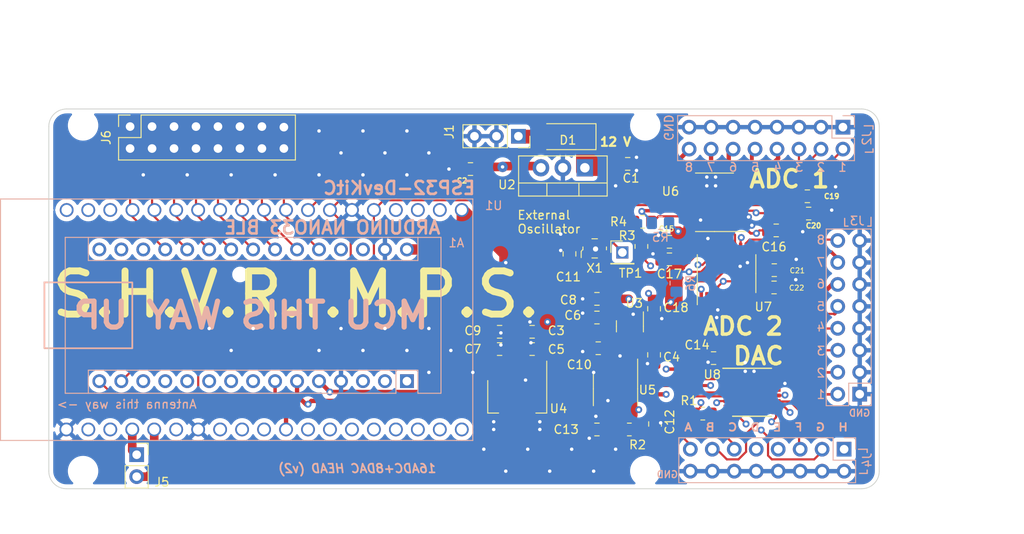
<source format=kicad_pcb>
(kicad_pcb (version 20211014) (generator pcbnew)
  (layers (0 "F.Cu" signal) (1 "In1.Cu" power) (2 "In2.Cu" mixed) (31 "B.Cu" power) (34 "B.Paste" user) (35 "F.Paste" user) (36 "B.SilkS" user "B.Silkscreen") (37 "F.SilkS" user "F.Silkscreen") (38 "B.Mask" user) (39 "F.Mask" user) (44 "Edge.Cuts" user))
  (net 0 "")
  (net 1 "+12V")
  (net 2 "Earth")
  (net 3 "+5V")
  (net 4 "+3.3VA")
  (net 5 "+3V3")
  (net 6 "Net-(C12-Pad1)")
  (net 7 "+3.3VDAC")
  (net 8 "VoutH")
  (net 9 "VoutG")
  (net 10 "VoutF")
  (net 11 "VoutE")
  (net 12 "VoutD")
  (net 13 "VoutC")
  (net 14 "VoutB")
  (net 15 "VoutA")
  (net 16 "ADC2_1")
  (net 17 "ADC2_2")
  (net 18 "ADC2_3")
  (net 19 "ADC2_4")
  (net 20 "ADC2_5")
  (net 21 "ADC2_6")
  (net 22 "ADC2_7")
  (net 23 "ADC2_8")
  (net 24 "ADC1_1")
  (net 25 "ADC1_2")
  (net 26 "ADC1_3")
  (net 27 "ADC1_4")
  (net 28 "ADC1_5")
  (net 29 "ADC1_6")
  (net 30 "ADC1_7")
  (net 31 "ADC1_8")
  (net 32 "MDAT2")
  (net 33 "MDAT1")
  (net 34 "Net-(R1-Pad2)")
  (net 41 "LDAC")
  (net 42 "~{CLR}")
  (net 48 "~{ADC2_CS}")
  (net 49 "~{ADC1_CS}")
  (net 50 "~{DAC_CS}")
  (net 51 "SK")
  (net 52 "PI")
  (net 53 "PO")
  (net 63 "ADC_CLK2")
  (net 66 "RX")
  (net 67 "TX")
  (net 68 "Net-(R3-Pad2)")
  (net 69 "ADC_CLK1")
  (net 70 "Net-(D1-Pad2)")
  (net 71 "GPIO_0")
  (net 72 "GPIO_1")
  (net 73 "GPIO_2")
  (net 74 "GPIO_3")
  (net 75 "GPIO_4")
  (net 76 "GPIO_5")
  (net 77 "GPIO_6")
  (net 78 "GPIO_7")
  (footprint "Package_SO:TSSOP-20_4.4x6.5mm_P0.65mm" (layer "F.Cu") (at 127 48.895 180)
    (fp_text reference "U6")
    (fp_text value "MCP3464R")
  )
  (footprint "Capacitor_SMD:C_0805_2012Metric_Pad1.18x1.45mm_HandSolder" (layer "F.Cu") (at 133.9125 56.75)
    (fp_text reference "C21")
    (fp_text value "10uF")
  )
  (footprint "Capacitor_SMD:C_0805_2012Metric_Pad1.18x1.45mm_HandSolder" (layer "F.Cu") (at 137.7375 48.2)
    (fp_text reference "C19")
    (fp_text value "10uF")
  )
  (footprint "Connector_PinSocket_2.54mm:PinSocket_1x02_P2.54mm_Vertical" (layer "F.Cu") (at 60.198 78.105)
    (fp_text reference "J5")
    (fp_text value "Conn_01x02_Male")
  )
  (footprint "Capacitor_SMD:C_0805_2012Metric_Pad1.18x1.45mm_HandSolder" (layer "F.Cu") (at 120.015 61.214 -90)
    (fp_text reference "C18")
    (fp_text value "0.1uF")
  )
  (footprint "Capacitor_SMD:C_0805_2012Metric_Pad1.18x1.45mm_HandSolder" (layer "F.Cu") (at 113.411 75.185 180)
    (fp_text reference "C13")
    (fp_text value "1nF")
  )
  (footprint "MountingHole:MountingHole_2.5mm" (layer "F.Cu") (at 54 40)
    (fp_text reference " ")
    (fp_text value "MountingHole_2.5mm")
  )
  (footprint "Package_SO:TSSOP-20_4.4x6.5mm_P0.65mm" (layer "F.Cu") (at 128.397 57.15 90)
    (fp_text reference "U7")
    (fp_text value "MCP3464R")
  )
  (footprint "Capacitor_SMD:C_0805_2012Metric_Pad1.18x1.45mm_HandSolder" (layer "F.Cu") (at 110.236 54.864 90)
    (fp_text reference "C11")
    (fp_text value "0.1uF" hide)
  )
  (footprint "Capacitor_SMD:C_0805_2012Metric_Pad1.18x1.45mm_HandSolder" (layer "F.Cu") (at 113.411 60.071 180)
    (fp_text reference "C8")
    (fp_text value "10uF" hide)
  )
  (footprint "MountingHole:MountingHole_2.5mm" (layer "F.Cu") (at 119 40)
    (fp_text reference " ")
    (fp_text value "MountingHole_2.5mm")
  )
  (footprint "Package_TO_SOT_SMD:SOT-223-3_TabPin2" (layer "F.Cu") (at 104.1955 71.374 -90)
    (fp_text reference "U4")
    (fp_text value "MCP1825S-3.3V" hide)
  )
  (footprint "Connector_PinSocket_2.54mm:PinSocket_2x08_P2.54mm_Vertical" (layer "F.Cu") (at 59.436 40.132 90)
    (fp_text reference "J6")
    (fp_text value "Conn_02x08_Odd_Even")
  )
  (footprint "Capacitor_SMD:C_0805_2012Metric_Pad1.18x1.45mm_HandSolder" (layer "F.Cu") (at 98.7875 45.05 180)
    (fp_text reference "C2")
    (fp_text value "0.1uF")
  )
  (footprint "Resistor_SMD:R_0805_2012Metric_Pad1.20x1.40mm_HandSolder" (layer "F.Cu") (at 118.7 51.15 180)
    (fp_text reference "R4")
    (fp_text value "0")
  )
  (footprint "Resistor_SMD:R_0805_2012Metric_Pad1.20x1.40mm_HandSolder" (layer "F.Cu") (at 117.1565 75.185)
    (fp_text reference "R2")
    (fp_text value "50" hide)
  )
  (footprint "Capacitor_SMD:C_0805_2012Metric_Pad1.18x1.45mm_HandSolder" (layer "F.Cu") (at 105.918 63.88 180)
    (fp_text reference "C3")
    (fp_text value "10uF" hide)
  )
  (footprint "Capacitor_SMD:C_0805_2012Metric_Pad1.18x1.45mm_HandSolder" (layer "F.Cu") (at 126.8945 66.929 180)
    (fp_text reference "C14")
    (fp_text value "1uF")
  )
  (footprint "Capacitor_SMD:C_0805_2012Metric_Pad1.18x1.45mm_HandSolder" (layer "F.Cu") (at 120.1285 74.549 90)
    (fp_text reference "C12")
    (fp_text value "2.2uF" hide)
  )
  (footprint "MountingHole:MountingHole_2.5mm" (layer "F.Cu") (at 119 80)
    (fp_text reference " ")
    (fp_text value "MountingHole_2.5mm")
  )
  (footprint "Diode_SMD:D_MELF" (layer "F.Cu") (at 110 41.3 180)
    (fp_text reference "D1")
    (fp_text value "SM4004")
  )
  (footprint "Capacitor_SMD:C_0805_2012Metric_Pad1.18x1.45mm_HandSolder" (layer "F.Cu") (at 133.8875 58.75)
    (fp_text reference "C22")
    (fp_text value "0.1uF")
  )
  (footprint "Capacitor_SMD:C_0805_2012Metric_Pad1.18x1.45mm_HandSolder" (layer "F.Cu") (at 121.793 55.499 180)
    (fp_text reference "C17")
    (fp_text value "0.1uF")
  )
  (footprint "Package_TO_SOT_SMD:SOT-23" (layer "F.Cu") (at 117.221 63.246 -90)
    (fp_text reference "U3")
    (fp_text value "MCP1754S-3302xCB" hide)
  )
  (footprint "Capacitor_SMD:C_0805_2012Metric_Pad1.18x1.45mm_HandSolder" (layer "F.Cu") (at 102.1555 65.88)
    (fp_text reference "C7")
    (fp_text value "0.1uF" hide)
  )
  (footprint "Package_SO:SOIC-8_3.9x4.9mm_P1.27mm" (layer "F.Cu") (at 115.5565 70.485 -90)
    (fp_text reference "U5")
    (fp_text value "MCP1501-33xSN" hide)
  )
  (footprint "Capacitor_SMD:C_0805_2012Metric_Pad1.18x1.45mm_HandSolder" (layer "F.Cu") (at 116.967 44.45)
    (fp_text reference "C1")
    (fp_text value "0.1uF" hide)
  )
  (footprint "Package_TO_SOT_THT:TO-220-3_Vertical" (layer "F.Cu") (at 112.014 44.902 180)
    (fp_text reference "U2")
    (fp_text value "LM7805_TO220" hide)
  )
  (footprint "Capacitor_SMD:C_0805_2012Metric_Pad1.18x1.45mm_HandSolder" (layer "F.Cu") (at 102.1555 63.88)
    (fp_text reference "C9")
    (fp_text value "10uF" hide)
  )
  (footprint "Capacitor_SMD:C_0805_2012Metric_Pad1.18x1.45mm_HandSolder" (layer "F.Cu") (at 105.918 65.88 180)
    (fp_text reference "C5")
    (fp_text value "0.1uF" hide)
  )
  (footprint "Capacitor_SMD:C_0805_2012Metric_Pad1.18x1.45mm_HandSolder" (layer "F.Cu") (at 137.8875 50.2)
    (fp_text reference "C20")
    (fp_text value "0.1uF")
  )
  (footprint "Capacitor_SMD:C_0805_2012Metric_Pad1.18x1.45mm_HandSolder" (layer "F.Cu") (at 134.1375 52.15)
    (fp_text reference "C16")
    (fp_text value "0.1uF")
  )
  (footprint "Resistor_SMD:R_0805_2012Metric_Pad1.20x1.40mm_HandSolder" (layer "F.Cu") (at 125.65 73.35)
    (fp_text reference "R1")
    (fp_text value "0")
  )
  (footprint "Package_SO:TSSOP-16-1EP_4.4x5mm_P0.65mm" (layer "F.Cu") (at 131.345 70.9265)
    (fp_text reference "U8")
    (fp_text value "DAC8568IAPW")
  )
  (footprint "MountingHole:MountingHole_2.5mm" (layer "F.Cu") (at 54 80)
    (fp_text reference " ")
    (fp_text value "MountingHole_2.5mm")
  )
  (footprint "Connector_PinHeader_2.54mm:PinHeader_1x01_P2.54mm_Vertical" (layer "F.Cu") (at 116.35 54.7)
    (fp_text reference "TP1")
    (fp_text value "TestPoint")
  )
  (footprint "Connector_PinSocket_2.54mm:PinSocket_1x03_P2.54mm_Vertical" (layer "F.Cu") (at 104.33 41.25 -90)
    (fp_text reference "J1")
    (fp_text value "Conn_01x03_Male")
  )
  (footprint "Capacitor_SMD:C_0805_2012Metric_Pad1.18x1.45mm_HandSolder" (layer "F.Cu") (at 113.411 62.23 180)
    (fp_text reference "C6")
    (fp_text value "0.1uF" hide)
  )
  (footprint "Resistor_SMD:R_0805_2012Metric_Pad1.20x1.40mm_HandSolder" (layer "F.Cu") (at 118.55 54 90)
    (fp_text reference "R3")
    (fp_text value "0")
  )
  (footprint "Capacitor_SMD:C_0805_2012Metric_Pad1.18x1.45mm_HandSolder" (layer "F.Cu") (at 113.5595 65.785 180)
    (fp_text reference "C10")
    (fp_text value "2.2uF" hide)
  )
  (footprint "Capacitor_SMD:C_0805_2012Metric_Pad1.18x1.45mm_HandSolder" (layer "F.Cu") (at 121.793 53.467 180)
    (fp_text reference "C15")
    (fp_text value "0.1uF")
  )
  (footprint "Capacitor_SMD:C_0805_2012Metric_Pad1.18x1.45mm_HandSolder" (layer "F.Cu") (at 120.015 66.548 -90)
    (fp_text reference "C4")
    (fp_text value "0.1uF" hide)
  )
  (footprint "Oscillator:Oscillator_SMD_ECS_2520MV-xxx-xx-4Pin_2.5x2.0mm" (layer "F.Cu") (at 113.15 54.229 90)
    (fp_text reference "X1")
    (fp_text value "ECS-2520MVLC-049-BN-TR" hide)
  )
  (footprint "Library:ESP32-devkitC-v4" (layer "B.Cu") (at 65.019 61.976 -90)
    (fp_text reference "U1")
    (fp_text value "ESP32-DevKit-C")
  )
  (footprint "Connector_PinSocket_2.54mm:PinSocket_2x08_P2.54mm_Vertical" (layer "B.Cu") (at 141.986 77.47 90)
    (fp_text reference "J4")
    (fp_text value "Conn_02x08_Odd_Even")
  )
  (footprint "Resistor_SMD:R_0805_2012Metric_Pad1.20x1.40mm_HandSolder" (layer "B.Cu") (at 120.75 51.3)
    (fp_text reference "R5")
    (fp_text value "100k")
  )
  (footprint "Module:Arduino_Nano" (layer "B.Cu") (at 91.44 69.596 90)
    (fp_text reference "A1")
    (fp_text value "Arduino_Nano_v3.x")
  )
  (footprint "Resistor_SMD:R_0805_2012Metric_Pad1.20x1.40mm_HandSolder" (layer "B.Cu") (at 122.6 58.25 90)
    (fp_text reference "R6")
    (fp_text value "100k")
  )
  (footprint "Connector_PinSocket_2.54mm:PinSocket_2x08_P2.54mm_Vertical" (layer "B.Cu") (at 143.79 71.1)
    (fp_text reference "J3")
    (fp_text value "Conn_02x08_Odd_Even")
  )
  (footprint "Connector_PinSocket_2.54mm:PinSocket_2x08_P2.54mm_Vertical" (layer "B.Cu") (at 141.85 40.2 90)
    (fp_text reference "J2")
    (fp_text value "Conn_02x08_Odd_Even")
  )
  (gr_line (start 145.328 43.095) (end 144.439 43.095) (layer "B.SilkS") (width 0.15))
  (gr_line (start 144.653 79.883) (end 144.653 80.264) (layer "B.SilkS") (width 0.15))
  (gr_line (start 144.717 51.65) (end 145.098 51.65) (layer "B.SilkS") (width 0.15))
  (gr_line (start 145.098 51.65) (end 145.098 50.634) (layer "B.SilkS") (width 0.15))
  (gr_line (start 145.328 40.428) (end 145.328 40.047) (layer "B.SilkS") (width 0.15))
  (gr_line (start 145.328 42.714) (end 145.328 43.095) (layer "B.SilkS") (width 0.15))
  (gr_line (start 145.328 40.047) (end 144.312 40.047) (layer "B.SilkS") (width 0.15))
  (gr_line (start 144.653 77.851) (end 144.653 77.47) (layer "B.SilkS") (width 0.15))
  (gr_line (start 142.431 51.65) (end 142.05 51.65) (layer "B.SilkS") (width 0.15))
  (gr_line (start 144.653 77.47) (end 143.637 77.47) (layer "B.SilkS") (width 0.15))
  (gr_line (start 142.05 51.65) (end 142.05 50.761) (layer "B.SilkS") (width 0.15))
  (gr_rect (start 49.53 65.786) (end 59.69 58.166) (layer "B.SilkS") (width 0.2) (fill none))
  (gr_line (start 144.653 80.264) (end 143.764 80.264) (layer "B.SilkS") (width 0.15))
  (gr_arc (start 52.07 82.042) (mid 50.633159 81.446841) (end 50.038 80.01) (layer "Edge.Cuts") (width 0.1))
  (gr_line (start 146.05 80.01) (end 146.05 40.132) (layer "Edge.Cuts") (width 0.1))
  (gr_line (start 144.018 38.1) (end 52.07 38.1) (layer "Edge.Cuts") (width 0.1))
  (gr_line (start 50.038 40.132) (end 50.038 80.01) (layer "Edge.Cuts") (width 0.1))
  (gr_line (start 52.07 82.042) (end 144.018 82.042) (layer "Edge.Cuts") (width 0.1))
  (gr_arc (start 146.05 80.01) (mid 145.454841 81.446841) (end 144.018 82.042) (layer "Edge.Cuts") (width 0.1))
  (gr_arc (start 144.018 38.1) (mid 145.454841 38.695159) (end 146.05 40.132) (layer "Edge.Cuts") (width 0.1))
  (gr_arc (start 50.038 40.132) (mid 50.633159 38.695159) (end 52.07 38.1) (layer "Edge.Cuts") (width 0.1))
  (gr_text "3" (at 139.3 66.1) (layer "B.SilkS") (effects (font (size 1 1)) (justify mirror)))
  (gr_text "2" (at 139.280461 68.65) (layer "B.SilkS") (effects (font (size 1 1)) (justify mirror)))
  (gr_text "3" (at 136.79115 44.833717) (layer "B.SilkS") (effects (font (size 1 1)) (justify mirror)))
  (gr_text "H  G  F  E  D  C  B  A" (at 132.969 74.93) (layer "B.SilkS") (effects (font (size 0.9 1.03) (thickness 0.2)) (justify mirror)))
  (gr_text "5" (at 131.7 44.85) (layer "B.SilkS") (effects (font (size 1 1)) (justify mirror)))
  (gr_text "MCU THIS WAY UP" (at 73.406 61.976) (layer "B.SilkS") (effects (font (size 3 3) (thickness 0.6)) (justify mirror)))
  (gr_text "6" (at 139.3 58.341706) (layer "B.SilkS") (effects (font (size 1 1)) (justify mirror)))
  (gr_text "1" (at 141.789732 44.85) (layer "B.SilkS") (effects (font (size 1 1)) (justify mirror)))
  (gr_text "GND" (at 121.55 80.391) (layer "B.SilkS") (effects (font (size 0.8 0.8)) (justify mirror)))
  (gr_text "ESP32-DevKitC" (at 90.551 47.244) (layer "B.SilkS") (effects (font (size 1.5 1.5) (thickness 0.3)) (justify mirror)))
  (gr_text "2" (at 139.298582 44.85) (layer "B.SilkS") (effects (font (size 1 1)) (justify mirror)))
  (gr_text "7" (at 139.2904 55.85) (layer "B.SilkS") (effects (font (size 1 1)) (justify mirror)))
  (gr_text "8" (at 124.05 44.85) (layer "B.SilkS") (effects (font (size 1 1)) (justify mirror)))
  (gr_text "4" (at 139.3 63.335729) (layer "B.SilkS") (effects (font (size 1 1)) (justify mirror)))
  (gr_text "GND" (at 121.666 40.259 -90) (layer "B.SilkS") (effects (font (size 1 1)) (justify mirror)))
  (gr_text "4" (at 134.3 44.85) (layer "B.SilkS") (effects (font (size 1 1)) (justify mirror)))
  (gr_text "Antenna this way ->" (at 59.055 72.263) (layer "B.SilkS") (effects (font (size 1 1)) (justify mirror)))
  (gr_text "GND" (at 143.774 73.279) (layer "B.SilkS") (effects (font (size 0.8 0.8)) (justify mirror)))
  (gr_text "16ADC+8DAC HEAD (v2)" (at 94.95 79.7) (layer "B.SilkS") (effects (font (size 1 1) (thickness 0.2) italic) (justify left mirror)))
  (gr_text "8" (at 139.3 53.25) (layer "B.SilkS") (effects (font (size 1 1)) (justify mirror)))
  (gr_text "6" (at 129.15 44.83846) (layer "B.SilkS") (effects (font (size 1 1)) (justify mirror)))
  (gr_text "ARDUINO NANO33 BLE" (at 82.804 51.816) (layer "B.SilkS") (effects (font (size 1.5 1.5) (thickness 0.3)) (justify mirror)))
  (gr_text "1" (at 139.3 71.140915) (layer "B.SilkS") (effects (font (size 1 1)) (justify mirror)))
  (gr_text "7\n" (at 126.6 44.85) (layer "B.SilkS") (effects (font (size 1 1)) (justify mirror)))
  (gr_text "5" (at 139.290465 60.95) (layer "B.SilkS") (effects (font (size 1 1)) (justify mirror)))
  (gr_text "ADC 2" (at 130.302 63.246) (layer "F.SilkS") (effects (font (size 2 2) (thickness 0.4))))
  (gr_text "DAC" (at 132.08 66.675) (layer "F.SilkS") (effects (font (size 2 2) (thickness 0.4))))
  (gr_text "External\nOscillator" (at 104.14 51.181) (layer "F.SilkS") (effects (font (size 1 1)) (justify left)))
  (gr_text "S.H.V.R.I.M.P.S." (at 78.613 59.563) (layer "F.SilkS") (effects (font (size 5 5) (thickness 0.8))))
  (gr_text "ADC 1" (at 135.65 46.2) (layer "F.SilkS") (effects (font (size 2 2) (thickness 0.4))))
  (gr_text "12 V" (at 115.57 41.91) (layer "F.SilkS") (effects (font (size 1 1) (thickness 0.25))))
  (segment (start 112.014 44.775) (end 112.466 44.323) (width 1) (layer "F.Cu") (net 1))
  (segment (start 115.4775 44.775) (end 115.9295 44.323) (width 0.25) (layer "F.Cu") (net 1))
  (segment (start 104.394 75.184) (end 106.807 75.184) (width 0.8) (layer "F.Cu") (net 2))
  (segment (start 104.8805 63.754) (end 104.8805 63.5215) (width 0.25) (layer "F.Cu") (net 2))
  (segment (start 104.1955 74.524) (end 104.1955 74.9855) (width 0.25) (layer "F.Cu") (net 2))
  (segment (start 126.772 60.0125) (end 126.772 60.735717) (width 0.3) (layer "F.Cu") (net 2))
  (segment (start 104.1955 68.5085) (end 105.156 69.469) (width 0.25) (layer "F.Cu") (net 2))
  (segment (start 109.596 54.4665) (end 110.236 53.8265) (width 0.8) (layer "F.Cu") (net 2))
  (segment (start 97.75 45.05) (end 96.3 45.05) (width 1.6) (layer "F.Cu") (net 2))
  (segment (start 104.1955 67.974) (end 104.1955 68.5085) (width 0.25) (layer "F.Cu") (net 2))
  (segment (start 111.76 66.167) (end 112.4995 66.167) (width 0.25) (layer "F.Cu") (net 2))
  (segment (start 138.65 48.5) (end 140.05 47.1) (width 0.25) (layer "F.Cu") (net 2))
  (segment (start 130.937 50.5945) (end 130.8625 50.52) (width 0.25) (layer "F.Cu") (net 2))
  (segment (start 104.1955 74.9855) (end 104.394 75.184) (width 0.25) (layer "F.Cu") (net 2))
  (segment (start 105.17356 65.754) (end 105.778495 65.149065) (width 0.25) (layer "F.Cu") (net 2))
  (segment (start 120.523 52.705) (end 120.523 53.213) (width 0.25) (layer "F.Cu") (net 2))
  (segment (start 113.6515 68.01) (end 113.605009 68.01) (width 0.25) (layer "F.Cu") (net 2))
  (segment (start 114.681 71.844489) (end 114.9215 72.084989) (width 0.5) (layer "F.Cu") (net 2))
  (segment (start 104.013 75.184) (end 101.473 75.184) (width 0.8) (layer "F.Cu") (net 2))
  (segment (start 106.786 74.274) (end 106.807 74.295) (width 0.25) (layer "F.Cu") (net 2))
  (segment (start 140 50.35) (end 138.875 50.35) (width 0.25) (layer "F.Cu") (net 2))
  (segment (start 135.425 52.15) (end 137.05 52.15) (width 0.25) (layer "F.Cu") (net 2))
  (segment (start 135.051714 69.9515) (end 135.1431 69.860114) (width 0.25) (layer "F.Cu") (net 2))
  (segment (start 120.523 55.499) (end 120.777 55.499) (width 0.25) (layer "F.Cu") (net 2))
  (segment (start 104.8805 65.754) (end 105.17356 65.754) (width 0.25) (layer "F.Cu") (net 2))
  (segment (start 140.05 47.1) (end 141 47.1) (width 0.25) (layer "F.Cu") (net 2))
  (segment (start 125.171721 51.17) (end 124.1375 51.17) (width 0.25) (layer "F.Cu") (net 2))
  (segment (start 118.0615 62.3085) (end 118.171 62.3085) (width 0.6) (layer "F.Cu") (net 2))
  (segment (start 131.318 51.562) (end 131.191 51.435) (width 0.25) (layer "F.Cu") (net 2))
  (segment (start 136.275 55.5) (end 134.875 56.9) (width 0.25) (layer "F.Cu") (net 2))
  (segment (start 125.391819 50.949902) (end 125.171721 51.17) (width 0.25) (layer "F.Cu") (net 2))
  (segment (start 113.777 54.827) (end 114.10366 54.827) (width 0.8) (layer "F.Cu") (net 2))
  (segment (start 126.772 60.735717) (end 127.377283 61.341) (width 0.3) (layer "F.Cu") (net 2))
  (segment (start 114.9215 72.084989) (end 114.9215 72.96) (width 0.25) (layer "F.Cu") (net 2))
  (segment (start 131.191 51.435) (end 130.824511 51.435) (width 0.25) (layer "F.Cu") (net 2))
  (segment (start 104.1955 74.524) (end 104.1955 75.0015) (width 0.25) (layer "F.Cu") (net 2))
  (segment (start 103.193 63.754) (end 102.559 63.754) (width 0.25) (layer "F.Cu") (net 2))
  (segment (start 113.605009 68.01) (end 113.03 68.585009) (width 0.25) (layer "F.Cu") (net 2))
  (segment (start 134.925 58.75) (end 135.9 58.75) (width 0.25) (layer "F.Cu") (net 2))
  (segment (start 117.602 61.849) (end 118.0615 62.3085) (width 0.6) (layer "F.Cu") (net 2))
  (segment (start 140.55 49.8) (end 140 50.35) (width 0.25) (layer "F.Cu") (net 2))
  (segment (start 120.777923 74.417599) (end 120.772599 74.417599) (width 0.5) (layer "F.Cu") (net 2))
  (segment (start 104.1955 75.0015) (end 104.013 75.184) (width 0.25) (layer "F.Cu") (net 2))
  (segment (start 102.654 65.754) (end 102.305 65.405) (width 0.25) (layer "F.Cu") (net 2))
  (segment (start 119.888 67.564) (end 119.253 67.564) (width 0.25) (layer "F.Cu") (net 2))
  (segment (start 130.8625 50.52) (end 129.8625 50.52) (width 0.25) (layer "F.Cu") (net 2))
  (segment (start 134.12 69.9515) (end 135.051714 69.9515) (width 0.4) (layer "F.Cu") (net 2))
  (segment (start 126.2595 67.3995) (end 125.916 67.056) (width 0.25) (layer "F.Cu") (net 2))
  (segment (start 126.238 53.483639) (end 126.122 53.599639) (width 0.25) (layer "F.Cu") (net 2))
  (segment (start 126.122 53.599639) (end 126.122 54.2875) (width 0.25) (layer "F.Cu") (net 2))
  (segment (start 127.377283 61.341) (end 127.381 61.341) (width 0.3) (layer "F.Cu") (net 2))
  (segment (start 116.1915 66.7885) (end 116.078 66.675) (width 0.25) (layer "F.Cu") (net 2))
  (segment (start 136.4 58.25) (end 136.4 57.85) (width 0.25) (layer "F.Cu") (net 2))
  (segment (start 104.8805 63.5215) (end 105.664 62.738) (width 0.25) (layer "F.Cu") (net 2))
  (segment (start 113.284 73.3275) (end 113.6515 72.96) (width 0.25) (layer "F.Cu") (net 2))
  (segment (start 112.419 76.097) (end 112.419 75.185) (width 0.25) (layer "F.Cu") (net 2))
  (segment (start 109.22 54.4665) (end 109.596 54.4665) (width 0.8) (layer "F.Cu") (net 2))
  (segment (start 136.45 55.5) (end 136.275 55.5) (width 0.25) (layer "F.Cu") (net 2))
  (segment (start 127.254 62.230011) (end 126.122 61.098011) (width 0.3) (layer "F.Cu") (net 2))
  (segment (start 116.1915 68.01) (end 116.1915 66.7885) (width 0.25) (layer "F.Cu") (net 2))
  (segment (start 130.559511 51.17) (end 129.8625 51.17) (width 0.25) (layer "F.Cu") (net 2))
  (segment (start 130.824511 51.435) (end 130.559511 51.17) (width 0.25) (layer "F.Cu") (net 2))
  (segment (start 135.9 58.75) (end 136.4 58.25) (width 0.25) (layer "F.Cu") (net 2))
  (segment (start 113.284 73.66) (end 113.284 73.3275) (width 0.25) (layer "F.Cu") (net 2))
  (segment (start 120.523 53.213) (end 120.777 53.467) (width 0.25) (layer "F.Cu") (net 2))
  (segment (start 101.494 74.274) (end 101.473 74.295) (width 0.25) (layer "F.Cu") (net 2))
  (segment (start 126.238 53.086) (end 126.238 53.483639) (width 0.25) (layer "F.Cu") (net 2))
  (segment (start 138.875 50.35) (end 138.775 50.25) (width 0.25) (layer "F.Cu") (net 2))
  (segment (start 120.772599 74.417599) (end 120.1285 73.7735) (width 0.5) (layer "F.Cu") (net 2))
  (segment (start 112.522 76.2) (end 112.419 76.097) (width 0.25) (layer "F.Cu") (net 2))
  (segment (start 104.1955 74.274) (end 106.786 74.274) (width 0.8) (layer "F.Cu") (net 2))
  (segment (start 104.1955 74.274) (end 101.494 74.274) (width 0.8) (layer "F.Cu") (net 2))
  (segment (start 102.559 63.754) (end 102.305 64.008) (width 0.25) (layer "F.Cu") (net 2))
  (segment (start 112.4995 66.167) (end 112.8815 65.785) (width 0.25) (layer "F.Cu") (net 2))
  (segment (start 103.193 65.754) (end 102.654 65.754) (width 0.25) (layer "F.Cu") (net 2))
  (segment (start 127.381 61.3495) (end 127.381 61.341) (width 0.25) (layer "F.Cu") (net 2))
  (segment (start 113.25 54.3) (end 113.777 54.827) (width 0.8) (layer "F.Cu") (net 2))
  (segment (start 126.122 61.098011) (end 126.122 60.0125) (width 0.3) (layer "F.Cu") (net 2))
  (segment (start 119.888 54.864) (end 120.523 55.499) (width 0.25) (layer "F.Cu") (net 2))
  (segment (start 137.05 52.15) (end 137.2 52.3) (width 0.25) (layer "F.Cu") (net 2))
  (via (at 127.254 62.230011) (size 0.8) (drill 0.4) (layers "F.Cu" "B.Cu") (net 2))
  (via (at 106.807 75.184) (size 0.8) (drill 0.4) (layers "F.Cu" "B.Cu") (net 2))
  (via (at 81.28 40.64) (size 0.8) (drill 0.4) (layers "F.Cu" "B.Cu") (net 2))
  (via (at 96.3 45.05) (size 0.8) (drill 0.4) (layers "F.Cu" "B.Cu") (net 2))
  (via (at 130.937 50.5945) (size 0.8) (drill 0.4) (layers "F.Cu" "B.Cu") (net 2))
  (via (at 117.983 43.688) (size 1.2) (drill 0.4) (layers "F.Cu" "B.Cu") (net 2))
  (via (at 115.57 77.47) (size 0.8) (drill 0.4) (layers "F.Cu" "B.Cu") (net 2))
  (via (at 127.127 46.99) (size 0.8) (drill 0.4) (layers "F.Cu" "B.Cu") (net 2))
  (via (at 113.284 73.66) (size 0.8) (drill 0.4) (layers "F.Cu" "B.Cu") (net 2))
  (via (at 140.55 49.8) (size 0.8) (drill 0.4) (layers "F.Cu" "B.Cu") (net 2))
  (via (at 126.2595 67.3995) (size 0.8) (drill 0.4) (layers "F.Cu" "B.Cu") (net 2))
  (via (at 127.381 61.3495) (size 0.8) (drill 0.4) (layers "F.Cu" "B.Cu") (net 2))
  (via (at 113.25 54.3) (size 0.8) (drill 0.6) (layers "F.Cu" "B.Cu") (net 2))
  (via (at 83.82 63.5) (size 0.8) (drill 0.4) (layers "F.Cu" "B.Cu") (net 2))
  (via (at 130.81 55.88) (size 0.8) (drill 0.4) (layers "F.Cu" "B.Cu") (net 2))
  (via (at 113.03 80.01) (size 0.8) (drill 0.4) (layers "F.Cu" "B.Cu") (net 2))
  (via (at 117.602 61.849) (size 1) (drill 0.4) (layers "F.Cu" "B.Cu") (net 2))
  (via (at 71.12 66.04) (size 0.8) (drill 0.4) (layers "F.Cu" "B.Cu") (net 2))
  (via (at 102.305 65.405) (size 0.8) (drill 0.4) (layers "F.Cu" "B.Cu") (net 2))
  (via (at 117.983 45.212) (size 1.2) (drill 0.4) (layers "F.Cu" "B.Cu") (net 2))
  (via (at 91.44 45.72) (size 0.8) (drill 0.4) (layers "F.Cu" "B.Cu") (net 2))
  (via (at 126.111 46.99) (size 0.8) (drill 0.4) (layers "F.Cu" "B.Cu") (net 2))
  (via (at 114.681 71.844489) (size 0.8) (drill 0.4) (layers "F.Cu" "B.Cu") (net 2))
  (via (at 105.156 69.469) (size 0.8) (drill 0.4) (layers "F.Cu" "B.Cu") (net 2))
  (via (at 101.473 75.184) (size 0.8) (drill 0.4) (layers "F.Cu" "B.Cu") (net 2))
  (via (at 66.04 45.72) (size 0.8) (drill 0.4) (layers "F.Cu" "B.Cu") (net 2))
  (via (at 81.28 66.04) (size 0.8) (drill 0.4) (layers "F.Cu" "B.Cu") (net 2))
  (via (at 101.473 74.295) (size 0.8) (drill 0.4) (layers "F.Cu" "B.Cu") (net 2))
  (via (at 141 47.1) (size 0.8) (drill 0.4) (layers "F.Cu" "B.Cu") (net 2))
  (via (at 86.36 66.04) (size 0.8) (drill 0.4) (layers "F.Cu" "B.Cu") (net 2))
  (via (at 91.44 66.04) (size 0.8) (drill 0.4) (layers "F.Cu" "B.Cu") (net 2))
  (via (at 126.238 53.086) (size 0.8) (drill 0.4) (layers "F.Cu" "B.Cu") (net 2))
  (via (at 105.778495 65.149065) (size 0.8) (drill 0.4) (layers "F.Cu" "B.Cu") (net 2))
  (via (at 129.968938 56.308938) (size 0.8) (drill 0.4) (layers "F.Cu" "B.Cu") (net 2))
  (via (at 88.9 63.5) (size 0.8) (drill 0.4) (layers "F.Cu" "B.Cu") (net 2))
  (via (at 105.664 62.738) (size 0.8) (drill 0.4) (layers "F.Cu" "B.Cu") (net 2))
  (via (at 120.523 52.705) (size 0.8) (drill 0.4) (layers "F.Cu" "B.Cu") (net 2))
  (via (at 119.253 67.564) (size 0.8) (drill 0.4) (layers "F.Cu" "B.Cu") (net 2))
  (via (at 106.807 74.295) (size 0.8) (drill 0.4) (layers "F.Cu" "B.Cu") (net 2))
  (via (at 102.305 64.008) (size 0.8) (drill 0.4) (layers "F.Cu" "B.Cu") (net 2))
  (via (at 73.66 63.5) (size 0.8) (drill 0.4) (layers "F.Cu" "B.Cu") (net 2))
  (via (at 99.06 68.58) (size 0.8) (drill 0.4) (layers "F.Cu" "B.Cu") (net 2))
  (via (at 86.36 45.72) (size 0.8) (drill 0.4) (layers "F.Cu" "B.Cu") (net 2))
  (via (at 110.49 77.47) (size 0.8) (drill 0.4) (layers "F.Cu" "B.Cu") (net 2))
  (via (at 125.391819 50.949902) (size 0.8) (drill 0.4) (layers "F.Cu" "B.Cu") (net 2))
  (via (at 100.33 77.47) (size 0.8) (drill 0.4) (layers "F.Cu" "B.Cu") (net 2))
  (via (at 71.12 45.72) (size 0.8) (drill 0.4) (layers "F.Cu" "B.Cu") (net 2))
  (via (at 112.522 76.2) (size 0.8) (drill 0.4) (layers "F.Cu" "B.Cu") (net 2))
  (via (at 113.03 68.585009) (size 0.8) (drill 0.4) (layers "F.Cu" "B.Cu") (net 2))
  (via (at 126.111 45.974) (size 0.8) (drill 0.4) (layers "F.Cu" "B.Cu") (net 2))
  (via (at 135.1431 69.860114) (size 0.8) (drill 0.4) (layers "F.Cu" "B.Cu") (net 2))
  (via (at 86.36 40.64) (size 0.8) (drill 0.4) (layers "F.Cu" "B.Cu") (net 2))
  (via (at 131.572 68.453) (size 0.8) (drill 0.4) (layers "F.Cu" "B.Cu") (net 2))
  (via (at 91.44 40.64) (size 0.8) (drill 0.4) (layers "F.Cu" "B.Cu") (net 2))
  (via (at 68.58 63.5) (size 0.8) (drill 0.4) (layers "F.Cu" "B.Cu") (net 2))
  (via (at 116.078 66.675) (size 0.8) (drill 0.4) (layers "F.Cu" "B.Cu") (net 2))
  (via (at 76.2 45.72) (size 0.8) (drill 0.4) (layers "F.Cu" "B.Cu") (net 2))
  (via (at 137.2 52.3) (size 0.8) (drill 0.4) (layers "F.Cu" "B.Cu") (net 2))
  (via (at 93.98 68.58) (size 0.8) (drill 0.4) (layers "F.Cu" "B.Cu") (net 2))
  (via (at 120.904 62.357) (size 0.8) (drill 0.4) (layers "F.Cu" "B.Cu") (net 2))
  (via (at 127.127 45.974) (size 0.8) (drill 0.4) (layers "F.Cu" "B.Cu") (net 2))
  (via (at 120.777923 74.417599) (size 0.8) (drill 0.4) (layers "F.Cu" "B.Cu") (net 2))
  (via (at 119.888 54.864) (size 0.8) (drill 0.4) (layers "F.Cu" "B.Cu") (net 2))
  (via (at 93.98 43.18) (size 0.8) (drill 0.4) (layers "F.Cu" "B.Cu") (net 2))
  (via (at 83.82 43.18) (size 0.8) (drill 0.4) (layers "F.Cu" "B.Cu") (net 2))
  (via (at 96.52 66.04) (size 0.8) (drill 0.4) (layers "F.Cu" "B.Cu") (net 2))
  (via (at 60.96 45.72) (size 0.8) (drill 0.4) (layers "F.Cu" "B.Cu") (net 2))
  (via (at 111.76 61.722) (size 1) (drill 0.4) (layers "F.Cu" "B.Cu") (net 2))
  (via (at 130.556 67.437) (size 0.8) (drill 0.4) (layers "F.Cu" "B.Cu") (net 2))
  (via (at 130.556 68.453) (size 0.8) (drill 0.4) (layers "F.Cu" "B.Cu") (net 2))
  (via (at 136.4 57.85) (size 0.8) (drill 0.4) (layers "F.Cu" "B.Cu") (net 2))
  (via (at 93.98 63.5) (size 0.8) (drill 0.4) (layers "F.Cu" "B.Cu") (net 2))
  (via (at 111.76 60.071) (size 1) (drill 0.4) (layers "F.Cu" "B.Cu") (net 2))
  (via (at 131.318 51.562) (size 0.8) (drill 0.4) (layers "F.Cu" "B.Cu") (net 2))
  (via (at 136.45 55.5) (size 0.8) (drill 0.4) (layers "F.Cu" "B.Cu") (net 2))
  (via (at 81.28 45.72) (size 0.8) (drill 0.4) (layers "F.Cu" "B.Cu") (net 2))
  (via (at 109.22 54.4665) (size 0.8) (drill 0.4) (layers "F.Cu" "B.Cu") (net 2))
  (via (at 88.9 43.18) (size 0.8) (drill 0.4) (layers "F.Cu" "B.Cu") (net 2))
  (via (at 111.76 66.167) (size 0.8) (drill 0.4) (layers "F.Cu" "B.Cu") (net 2))
  (segment (start 102.596 44.704) (end 102.5 44.8) (width 1) (layer "F.Cu") (net 3))
  (segment (start 110.744 64.389) (end 113.5605 64.389) (width 0.5) (layer "F.Cu") (net 3))
  (segment (start 106.4955 67.974) (end 109.8265 64.643) (width 1) (layer "F.Cu") (net 3))
  (segment (start 109.8265 64.643) (end 110.49 64.643) (width 1) (layer "F.Cu") (net 3))
  (segment (start 106.863 44.704) (end 102.596 44.704) (width 1) (layer "F.Cu") (net 3))
  (segment (start 106.9555 65.754) (end 106.9555 67.514) (width 0.6) (layer "F.Cu") (net 3))
  (segment (start 102.87 55.88) (end 102.87 54.869) (width 1.5) (layer "F.Cu") (net 3))
  (segment (start 102.87 54.869) (end 97.785 49.784) (width 1.5) (layer "F.Cu") (net 3))
  (segment (start 102.5 44.8) (end 100.075 44.8) (width 1) (layer "F.Cu") (net 3))
  (segment (start 107.696 62.738) (end 106.9555 63.4785) (width 1) (layer "F.Cu") (net 3))
  (segment (start 114.9565 67.975) (end 114.9215 68.01) (width 0.25) (layer "F.Cu") (net 3))
  (segment (start 106.9555 63.754) (end 106.9555 65.754) (width 0.6) (layer "F.Cu") (net 3))
  (segment (start 116.333 65.785) (end 114.9565 65.785) (width 0.5) (layer "F.Cu") (net 3))
  (segment (start 117.221 64.1835) (end 117.221 64.897) (width 0.25) (layer "F.Cu") (net 3))
  (segment (start 117.221 64.897) (end 116.333 65.785) (width 0.5) (layer "F.Cu") (net 3))
  (segment (start 117.4615 68.01) (end 117.4615 64.424) (width 0.5) (layer "F.Cu") (net 3))
  (segment (start 97.785 49.784) (end 97.785 51.567) (width 1.2) (layer "F.Cu") (net 3))
  (segment (start 110.49 64.643) (end 110.744 64.389) (width 0.5) (layer "F.Cu") (net 3))
  (segment (start 94.996 54.356) (end 91.44 54.356) (width 1.2) (layer "F.Cu") (net 3))
  (segment (start 113.5605 64.389) (end 114.9565 65.785) (width 0.5) (layer "F.Cu") (net 3))
  (segment (start 114.9565 65.785) (end 114.9565 67.975) (width 0.5) (layer "F.Cu") (net 3))
  (segment (start 106.934 44.775) (end 106.863 44.704) (width 1) (layer "F.Cu") (net 3))
  (segment (start 117.4615 64.424) (end 117.221 64.1835) (width 0.25) (layer "F.Cu") (net 3))
  (segment (start 106.9555 63.4785) (end 106.9555 63.754) (width 1) (layer "F.Cu") (net 3))
  (segment (start 97.785 51.567) (end 94.996 54.356) (width 1.2) (layer "F.Cu") (net 3))
  (segment (start 100.075 44.8) (end 99.825 45.05) (width 1) (layer "F.Cu") (net 3))
  (via (at 102.87 55.88) (size 0.8) (drill 0.4) (layers "F.Cu" "B.Cu") (net 3))
  (via (at 102.5 44.8) (size 1.2) (drill 0.4) (layers "F.Cu" "B.Cu") (net 3))
  (via (at 107.696 62.738) (size 0.8) (drill 0.4) (layers "F.Cu" "B.Cu") (net 3))
  (segment (start 114.5755 60.198) (end 114.5755 62.1965) (width 1.1) (layer "F.Cu") (net 4))
  (segment (start 114.427 62.23) (end 114.5055 62.3085) (width 1) (layer "F.Cu") (net 4))
  (segment (start 130.515339 51.82) (end 131.183839 52.4885) (width 0.3) (layer "F.Cu") (net 4))
  (segment (start 130.51603 51.82) (end 129.8625 51.82) (width 0.3) (layer "F.Cu") (net 4))
  (segment (start 132.1885 52.15) (end 131.85 52.4885) (width 0.25) (layer "F.Cu") (net 4))
  (segment (start 125.476 58.96035) (end 125.476 60.0085) (width 0.4) (layer "F.Cu") (net 4))
  (segment (start 131.183839 52.4885) (end 131.85 52.4885) (width 0.3) (layer "F.Cu") (net 4))
  (segment (start 114.5275 60.071) (end 114.488 60.1105) (width 1) (layer "F.Cu") (net 4))
  (segment (start 133.35 52.15) (end 132.1885 52.15) (width 0.25) (layer "F.Cu") (net 4))
  (segment (start 114.5055 62.3085) (end 116.271 62.3085) (width 1) (layer "F.Cu") (net 4))
  (segment (start 120.015 60.1765) (end 120.015 60.071) (width 0.25) (layer "F.Cu") (net 4))
  (segment (start 117.094 60.071) (end 114.5275 60.071) (width 1) (layer "F.Cu") (net 4))
  (segment (start 120.015 60.071) (end 119.38 59.436) (width 0.25) (layer "F.Cu") (net 4))
  (segment (start 125.466083 58.950433) (end 125.476 58.96035) (width 0.4) (layer "F.Cu") (net 4))
  (via (at 131.85 52.4885) (size 0.8) (drill 0.4) (layers "F.Cu" "B.Cu") (net 4))
  (via (at 119.38 59.436) (size 0.8) (drill 0.4) (layers "F.Cu" "B.Cu") (net 4))
  (via (at 125.466083 58.950433) (size 0.8) (drill 0.4) (layers "F.Cu" "B.Cu") (net 4))
  (via (at 117.094 60.071) (size 0.8) (drill 0.4) (layers "F.Cu" "B.Cu") (net 4))
  (segment (start 129.525489 67.295489) (end 129.525489 69.745033) (width 0.3) (layer "F.Cu") (net 5))
  (segment (start 105.791 57.15) (end 122.6095 57.15) (width 0.6) (layer "F.Cu") (net 5))
  (segment (start 129.319022 69.9515) (end 128.57 69.9515) (width 0.3) (layer "F.Cu") (net 5))
  (segment (start 122.852 53.1055) (end 122.852 53.467) (width 0.4) (layer "F.Cu") (net 5))
  (segment (start 123.317 56.4425) (end 125.472 54.2875) (width 0.4) (layer "F.Cu") (net 5))
  (segment (start 124.1375 51.82) (end 122.852 53.1055) (width 0.4) (layer "F.Cu") (net 5))
  (segment (start 129.159 66.929) (end 129.525489 67.295489) (width 0.3) (layer "F.Cu") (net 5))
  (segment (start 122.852 55.499) (end 124.253 54.098) (width 0.4) (layer "F.Cu") (net 5))
  (segment (start 124.253 54.098) (end 125.472 54.098) (width 0.4) (layer "F.Cu") (net 5))
  (segment (start 110.236 55.9015) (end 110.236 55.493) (width 0.25) (layer "F.Cu") (net 5))
  (segment (start 129.525489 69.745033) (end 129.319022 69.9515) (width 0.3) (layer "F.Cu") (net 5))
  (segment (start 101.118 65.754) (end 101.118 61.823) (width 0.6) (layer "F.Cu") (net 5))
  (segment (start 127.932 66.464) (end 122.682 61.214) (width 0.4) (layer "F.Cu") (net 5))
  (segment (start 101.8955 67.974) (end 101.8955 66.5315) (width 0.6) (layer "F.Cu") (net 5))
  (segment (start 122.6095 57.15) (end 123.317 56.4425) (width 0.6) (layer "F.Cu") (net 5))
  (segment (start 127.932 66.929) (end 129.159 66.929) (width 0.3) (layer "F.Cu") (net 5))
  (segment (start 101.118 61.823) (end 105.791 57.15) (width 0.6) (layer "F.Cu") (net 5))
  (segment (start 101.8955 66.5315) (end 101.118 65.754) (width 0.6) (layer "F.Cu") (net 5))
  (segment (start 110.236 55.493) (end 112.225 53.504) (width 0.25) (layer "F.Cu") (net 5))
  (segment (start 127.932 66.929) (end 127.932 66.464) (width 0.4) (layer "F.Cu") (net 5))
  (segment (start 122.682 61.214) (end 122.682 57.023) (width 0.4) (layer "F.Cu") (net 5))
  (via (at 121.95 60.4355) (size 0.8) (drill 0.4) (layers "F.Cu" "B.Cu") (net 5))
  (via (at 122.8 52.25) (size 0.8) (drill 0.4) (layers "F.Cu" "B.Cu") (net 5))
  (segment (start 122.6 59.7855) (end 121.95 60.4355) (width 0.25) (layer "B.Cu") (net 5))
  (segment (start 121.85 51.3) (end 122.8 52.25) (width 0.25) (layer "B.Cu") (net 5))
  (segment (start 122.6 59.25) (end 122.6 59.7855) (width 0.25) (layer "B.Cu") (net 5))
  (segment (start 121.75 51.3) (end 121.85 51.3) (width 0.25) (layer "B.Cu") (net 5))
  (segment (start 119.599 75.185) (end 119.852 75.438) (width 1) (layer "F.Cu") (net 6))
  (segment (start 118.1565 75.185) (end 119.599 75.185) (width 1) (layer "F.Cu") (net 6))
  (segment (start 114.4485 75.185) (end 116.077 75.185) (width 1.5) (layer "F.Cu") (net 7))
  (segment (start 136.6 50.15) (end 134.45 50.15) (width 0.25) (layer "F.Cu") (net 7))
  (segment (start 131.57095 49.87) (end 129.8625 49.87) (width 0.25) (layer "F.Cu") (net 7))
  (segment (start 134.7 50.15) (end 136.35 48.5) (width 0.25) (layer "F.Cu") (net 7))
  (segment (start 125.43047 72.56953) (end 124.65 73.35) (width 0.25) (layer "F.Cu") (net 7))
  (segment (start 118.175 72.96) (end 118.237 72.898) (width 0.25) (layer "F.Cu") (net 7))
  (segment (start 128.016 58.039) (end 132.139 58.039) (width 0.25) (layer "F.Cu") (net 7))
  (segment (start 127.422 58.633) (end 127.422 60.0125) (width 0.25) (layer "F.Cu") (net 7))
  (segment (start 136.7 50.25) (end 136.6 50.15) (width 0.25) (layer "F.Cu") (net 7))
  (segment (start 117.4615 72.96) (end 118.175 72.96) (width 0.25) (layer "F.Cu") (net 7))
  (segment (start 134.45 50.15) (end 134.65 50.15) (width 0.25) (layer "F.Cu") (net 7))
  (segment (start 132.8 58.7) (end 132.85 58.75) (width 0.25) (layer "F.Cu") (net 7))
  (segment (start 131.81156 50.11061) (end 131.57095 49.87) (width 0.25) (layer "F.Cu") (net 7))
  (segment (start 132.8 56.9) (end 132.8 58.7) (width 0.25) (layer "F.Cu") (net 7))
  (segment (start 116.077 75.185) (end 116.078 75.184) (width 1.5) (layer "F.Cu") (net 7))
  (segment (start 132.139 58.039) (end 132.85 58.75) (width 0.25) (layer "F.Cu") (net 7))
  (segment (start 134.65 50.15) (end 134.7 50.15) (width 0.25) (layer "F.Cu") (net 7))
  (segment (start 131.85095 50.15) (end 134.45 50.15) (width 0.25) (layer "F.Cu") (net 7))
  (segment (start 131.81156 50.11061) (end 131.85095 50.15) (width 0.25) (layer "F.Cu") (net 7))
  (segment (start 116.205 73.723) (end 116.205 75.057) (width 1) (layer "F.Cu") (net 7))
  (segment (start 128.016 58.039) (end 127.422 58.633) (width 0.25) (layer "F.Cu") (net 7))
  (segment (start 125.43047 72.0745) (end 125.43047 72.56953) (width 0.25) (layer "F.Cu") (net 7))
  (via (at 131.81156 50.11061) (size 0.8) (drill 0.4) (layers "F.Cu" "B.Cu") (net 7))
  (via (at 118.237 72.898) (size 0.8) (drill 0.4) (layers "F.Cu" "B.Cu") (net 7))
  (via (at 125.43047 72.0745) (size 0.8) (drill 0.4) (layers "F.Cu" "B.Cu") (net 7))
  (via (at 128.016 58.039) (size 0.8) (drill 0.4) (layers "F.Cu" "B.Cu") (net 7))
  (segment (start 135.068526 72.5515) (end 134.12 72.5515) (width 0.25) (layer "F.Cu") (net 8))
  (segment (start 135.733513 73.216487) (end 135.068526 72.5515) (width 0.25) (layer "F.Cu") (net 8))
  (via (at 135.733513 73.216487) (size 0.8) (drill 0.4) (layers "F.Cu" "B.Cu") (net 8))
  (segment (start 129.5 72.7065) (end 129.5 73.4) (width 0.25) (layer "F.Cu") (net 9))
  (segment (start 133.191489 76.041489) (end 132.4 75.25) (width 0.25) (layer "F.Cu") (net 9))
  (segment (start 139.319 77.851) (end 138.525489 78.644511) (width 0.25) (layer "F.Cu") (net 9))
  (segment (start 129.345 72.5515) (end 129.5 72.7065) (width 0.25) (layer "F.Cu") (net 9))
  (segment (start 138.525489 78.644511) (end 133.635511 78.644511) (width 0.25) (layer "F.Cu") (net 9))
  (segment (start 128.57 72.5515) (end 129.345 72.5515) (width 0.25) (layer "F.Cu") (net 9))
  (segment (start 129.5 73.4) (end 130.65 74.55) (width 0.25) (layer "F.Cu") (net 9))
  (segment (start 133.635511 78.644511) (end 133.191489 78.200489) (width 0.25) (layer "F.Cu") (net 9))
  (segment (start 133.191489 78.200489) (end 133.191489 76.041489) (width 0.25) (layer "F.Cu") (net 9))
  (via (at 130.65 74.55) (size 0.8) (drill 0.4) (layers "F.Cu" "B.Cu") (net 9))
  (via (at 132.4 75.25) (size 0.8) (drill 0.4) (layers "F.Cu" "B.Cu") (net 9))
  (segment (start 134.12 71.9015) (end 134.1685 71.95) (width 0.25) (layer "F.Cu") (net 10))
  (segment (start 136.779 72.979) (end 136.779 76.835) (width 0.25) (layer "F.Cu") (net 10))
  (segment (start 135.75 71.95) (end 136.779 72.979) (width 0.25) (layer "F.Cu") (net 10))
  (segment (start 134.1685 71.95) (end 135.75 71.95) (width 0.25) (layer "F.Cu") (net 10))
  (segment (start 128.57 71.9015) (end 127.441054 71.9015) (width 0.25) (layer "F.Cu") (net 11))
  (segment (start 127.441054 71.9015) (end 127.253385 72.089169) (width 0.25) (layer "F.Cu") (net 11))
  (via (at 127.253385 72.089169) (size 0.8) (drill 0.4) (layers "F.Cu" "B.Cu") (net 11))
  (segment (start 135.0985 71.2515) (end 134.12 71.2515) (width 0.25) (layer "F.Cu") (net 12))
  (segment (start 135.15 71.2) (end 135.0985 71.2515) (width 0.25) (layer "F.Cu") (net 12))
  (via (at 135.15 71.2) (size 0.8) (drill 0.4) (layers "F.Cu" "B.Cu") (net 12))
  (segment (start 127.598 75.274) (end 129.159 76.835) (width 0.25) (layer "F.Cu") (net 13))
  (segment (start 123.5 74.6) (end 124.174 75.274) (width 0.25) (layer "F.Cu") (net 13))
  (segment (start 124.736827 71.35) (end 123.5 72.586827) (width 0.25) (layer "F.Cu") (net 13))
  (segment (start 128.6685 71.35) (end 124.736827 71.35) (width 0.25) (layer "F.Cu") (net 13))
  (segment (start 123.5 72.586827) (end 123.5 74.6) (width 0.25) (layer "F.Cu") (net 13))
  (segment (start 128.57 71.2515) (end 128.6685 71.35) (width 0.25) (layer "F.Cu") (net 13))
  (segment (start 124.174 75.274) (end 127.598 75.274) (width 0.25) (layer "F.Cu") (net 13))
  (segment (start 134.12 70.6015) (end 133.345 70.6015) (width 0.25) (layer "F.Cu") (net 14))
  (segment (start 130.651489 75.698511) (end 130.651489 77.765521) (width 0.25) (layer "F.Cu") (net 14))
  (segment (start 133.345 70.6015) (end 133.2 70.7465) (width 0.25) (layer "F.Cu") (net 14))
  (segment (start 130.651489 77.765521) (end 129.772499 78.644511) (width 0.25) (layer "F.Cu") (net 14))
  (segment (start 129.772499 78.644511) (end 128.428511 78.644511) (width 0.25) (layer "F.Cu") (net 14))
  (segment (start 133.2 73.15) (end 130.651489 75.698511) (width 0.25) (layer "F.Cu") (net 14))
  (segment (start 133.2 70.7465) (end 133.2 73.15) (width 0.25) (layer "F.Cu") (net 14))
  (segment (start 128.428511 78.644511) (end 126.619 76.835) (width 0.25) (layer "F.Cu") (net 14))
  (segment (start 127.163604 70.9) (end 123.65 70.9) (width 0.25) (layer "F.Cu") (net 15))
  (segment (start 127.163604 70.886396) (end 127.45 70.6) (width 0.25) (layer "F.Cu") (net 15))
  (segment (start 127.4515 70.6015) (end 128.57 70.6015) (width 0.25) (layer "F.Cu") (net 15))
  (segment (start 127.45 70.6) (end 127.4515 70.6015) (width 0.25) (layer "F.Cu") (net 15))
  (segment (start 123 75.756) (end 124.079 76.835) (width 0.25) (layer "F.Cu") (net 15))
  (segment (start 127.163604 70.9) (end 127.163604 70.886396) (width 0.25) (layer "F.Cu") (net 15))
  (segment (start 123.65 70.9) (end 123 71.55) (width 0.25) (layer "F.Cu") (net 15))
  (segment (start 123 71.55) (end 123 75.756) (width 0.25) (layer "F.Cu") (net 15))
  (segment (start 138.270319 71.12) (end 141.732 71.12) (width 0.3) (layer "F.Cu") (net 16))
  (segment (start 128.072 60.0125) (end 128.072 60.921681) (width 0.25) (layer "F.Cu") (net 16))
  (segment (start 128.072 60.921681) (end 138.270319 71.12) (width 0.25) (layer "F.Cu") (net 16))
  (segment (start 128.722 60.904) (end 136.398 68.58) (width 0.25) (layer "F.Cu") (net 17))
  (segment (start 136.601639 68.58) (end 141.732 68.58) (width 0.3) (layer "F.Cu") (net 17))
  (segment (start 136.398 68.58) (end 136.601639 68.58) (width 0.25) (layer "F.Cu") (net 17))
  (segment (start 128.722 60.0125) (end 128.722 60.904) (width 0.25) (layer "F.Cu") (net 17))
  (segment (start 134.479396 66.025) (end 129.372 60.917604) (width 0.25) (layer "F.Cu") (net 18))
  (segment (start 141.204 66.025) (end 134.479396 66.025) (width 0.25) (layer "F.Cu") (net 18))
  (segment (start 129.372 60.917604) (end 129.372 60.0125) (width 0.25) (layer "F.Cu") (net 18))
  (segment (start 132.821639 63.5) (end 141.732 63.5) (width 0.25) (layer "F.Cu") (net 19))
  (segment (start 130.022 60.700361) (end 132.821639 63.5) (width 0.25) (layer "F.Cu") (net 19))
  (segment (start 130.022 60.0125) (end 130.022 60.700361) (width 0.25) (layer "F.Cu") (net 19))
  (segment (start 140.882 61.81) (end 141.732 60.96) (width 0.4) (layer "F.Cu") (net 20))
  (segment (start 130.672 60.0125) (end 130.672 60.700361) (width 0.25) (layer "F.Cu") (net 20))
  (segment (start 130.672 60.700361) (end 131.781639 61.81) (width 0.25) (layer "F.Cu") (net 20))
  (segment (start 131.781639 61.81) (end 140.882 61.81) (width 0.25) (layer "F.Cu") (net 20))
  (segment (start 140.58 58.42) (end 141.732 58.42) (width 0.5) (layer "F.Cu") (net 21))
  (segment (start 131.322 60.0125) (end 138.9875 60.0125) (width 0.5) (layer "F.Cu") (net 21))
  (segment (start 138.9875 60.0125) (end 140.58 58.42) (width 0.5) (layer "F.Cu") (net 21))
  (segment (start 131.322 54.2875) (end 131.6845 54.65) (width 0.4) (layer "F.Cu") (net 22))
  (segment (start 131.6845 54.65) (end 140.502 54.65) (width 0.4) (layer "F.Cu") (net 22))
  (segment (start 140.502 54.65) (end 141.732 55.88) (width 0.4) (layer "F.Cu") (net 22))
  (segment (start 130.672 54.2875) (end 130.672 53.599639) (width 0.25) (layer "F.Cu") (net 23))
  (segment (start 131.058639 53.213) (end 141.605 53.213) (width 0.25) (layer "F.Cu") (net 23))
  (segment (start 130.672 53.599639) (end 131.058639 53.213) (width 0.25) (layer "F.Cu") (net 23))
  (segment (start 133.83 49.22) (end 138.45 44.6) (width 0.25) (layer "F.Cu") (net 24))
  (segment (start 129.8625 49.22) (end 133.83 49.22) (width 0.25) (layer "F.Cu") (net 24))
  (segment (start 138.45 44.6) (end 140.043 44.6) (width 0.25) (layer "F.Cu") (net 24))
  (segment (start 140.043 44.6) (end 141.844 42.799) (width 0.25) (layer "F.Cu") (net 24))
  (segment (start 133.533 48.57) (end 139.304 42.799) (width 0.25) (layer "F.Cu") (net 25))
  (segment (start 129.8625 48.57) (end 133.533 48.57) (width 0.25) (layer "F.Cu") (net 25))
  (segment (start 136.764 44.236) (end 136.764 42.799) (width 0.25) (layer "F.Cu") (net 26))
  (segment (start 133.08 47.92) (end 136.764 44.236) (width 0.25) (layer "F.Cu") (net 26))
  (segment (start 129.8625 47.92) (end 133.08 47.92) (width 0.25) (layer "F.Cu") (net 26))
  (segment (start 132.969 46.355) (end 132.969 45.212) (width 0.5) (layer "F.Cu") (net 27))
  (segment (start 132.969 45.212) (end 134.366 43.815) (width 0.5) (layer "F.Cu") (net 27))
  (segment (start 134.351 42.926) (end 134.224 42.799) (width 0.5) (layer "F.Cu") (net 27))
  (segment (start 134.351 43.8) (end 134.351 42.926) (width 0.5) (layer "F.Cu") (net 27))
  (segment (start 132.054 47.27) (end 132.969 46.355) (width 0.4) (layer "F.Cu") (net 27))
  (segment (start 129.8625 47.27) (end 132.054 47.27) (width 0.4) (layer "F.Cu") (net 27))
  (segment (start 131.318 46.355) (end 131.318 42.555) (width 0.45) (layer "F.Cu") (net 28))
  (segment (start 129.8625 46.62) (end 131.053 46.62) (width 0.25) (layer "F.Cu") (net 28))
  (segment (start 131.053 46.62) (end 131.318 46.355) (width 0.25) (layer "F.Cu") (net 28))
  (segment (start 129.413 44.958) (end 128.651 44.196) (width 0.5) (layer "F.Cu") (net 29))
  (segment (start 129.79 45.97) (end 129.8625 45.97) (width 0.25) (layer "F.Cu") (net 29))
  (segment (start 129.413 45.593) (end 129.79 45.97) (width 0.25) (layer "F.Cu") (net 29))
  (segment (start 129.413 45.593) (end 129.413 44.958) (width 0.5) (layer "F.Cu") (net 29))
  (segment (start 128.651 44.196) (end 128.651 42.672) (width 0.5) (layer "F.Cu") (net 29))
  (segment (start 126.604 44.211) (end 126.604 42.799) (width 0.5) (layer "F.Cu") (net 30))
  (segment (start 125.095 45.72) (end 126.604 44.211) (width 0.5) (layer "F.Cu") (net 30))
  (segment (start 124.079 45.72) (end 125.095 45.72) (width 0.5) (layer "F.Cu") (net 30))
  (segment (start 123.272862 46.62) (end 122.301 45.648138) (width 0.5) (layer "F.Cu") (net 31))
  (segment (start 122.301 44.562) (end 124.064 42.799) (width 0.5) (layer "F.Cu") (net 31))
  (segment (start 124.1375 46.62) (end 123.449639 46.62) (width 0.25) (layer "F.Cu") (net 31))
  (segment (start 122.301 45.648138) (end 122.301 44.562) (width 0.5) (layer "F.Cu") (net 31))
  (segment (start 123.449639 46.62) (end 123.272862 46.62) (width 0.5) (layer "F.Cu") (net 31))
  (segment (start 124.065161 56.941856) (end 125.456185 56.941856) (width 0.25) (layer "F.Cu") (net 32))
  (segment (start 127.422 54.976041) (end 127.422 54.2875) (width 0.25) (layer "F.Cu") (net 32))
  (segment (start 125.456185 56.941856) (end 127.422 54.976041) (width 0.25) (layer "F.Cu") (net 32))
  (via (at 124.065161 56.941856) (size 0.8) (drill 0.4) (layers "F.Cu" "B.Cu") (net 32))
  (segment (start 124.065161 56.941856) (end 122.908144 56.941856) (width 0.25) (layer "B.Cu") (net 32))
  (segment (start 122.908144 56.941856) (end 122.6 57.25) (width 0.25) (layer "B.Cu") (net 32))
  (segment (start 123.022 49.87) (end 124.673 49.87) (width 0.25) (layer "F.Cu") (net 33))
  (segment (start 118.6745 49.87) (end 124.1375 49.87) (width 0.4) (layer "F.Cu") (net 33))
  (segment (start 123.149 49.87) (end 124.1375 49.87) (width 0.25) (layer "F.Cu") (net 33))
  (segment (start 118.6 49.9445) (end 118.6745 49.87) (width 0.4) (layer "F.Cu") (net 33))
  (via (at 118.6 49.9445) (size 0.8) (drill 0.4) (layers "F.Cu" "B.Cu") (net 33))
  (segment (start 119.75 51.0945) (end 119.75 51.3) (width 0.25) (layer "B.Cu") (net 33))
  (segment (start 118.6 49.9445) (end 119.75 51.0945) (width 0.25) (layer "B.Cu") (net 33))
  (segment (start 128.57 73.2015) (end 127.2875 73.2015) (width 0.4) (layer "F.Cu") (net 34))
  (segment (start 127.2875 73.2015) (end 127.086 73) (width 0.25) (layer "F.Cu") (net 34))
  (segment (start 127.086 73) (end 126.7 73) (width 0.25) (layer "F.Cu") (net 34))
  (segment (start 83.720511 73.124489) (end 83.312 73.533) (width 0.4) (layer "F.Cu") (net 41))
  (segment (start 120.447989 71.044989) (end 112.597011 71.044989) (width 0.4) (layer "F.Cu") (net 41))
  (segment (start 121.412 71.12) (end 120.396 71.12) (width 0.5) (layer "F.Cu") (net 41))
  (segment (start 110.517511 73.124489) (end 83.720511 73.124489) (width 0.4) (layer "F.Cu") (net 41))
  (segment (start 83.312 73.533) (end 77.216 73.533) (width 0.4) (layer "F.Cu") (net 41))
  (segment (start 77.465 73.782) (end 77.465 75.184) (width 0.5) (layer "F.Cu") (net 41))
  (segment (start 121.412 68.199) (end 128.1175 68.199) (width 0.4) (layer "F.Cu") (net 41))
  (segment (start 112.597011 71.044989) (end 110.517511 73.124489) (width 0.4) (layer "F.Cu") (net 41))
  (segment (start 77.216 73.533) (end 77.465 73.782) (width 0.4) (layer "F.Cu") (net 41))
  (segment (start 76.2 72.517) (end 76.2 69.596) (width 0.4) (layer "F.Cu") (net 41))
  (segment (start 128.1175 68.199) (end 128.57 68.6515) (width 0.4) (layer "F.Cu") (net 41))
  (segment (start 77.216 73.533) (end 76.2 72.517) (width 0.4) (layer "F.Cu") (net 41))
  (via (at 121.412 71.12) (size 0.8) (drill 0.4) (layers "F.Cu" "B.Cu") (net 41))
  (via (at 121.412 68.199) (size 0.8) (drill 0.4) (layers "F.Cu" "B.Cu") (net 41))
  (via (at 107.95 80.01) (size 0.8) (drill 0.4) (layers "F.Cu" "B.Cu") (net 41))
  (segment (start 111.252 70.104) (end 126.6 70.104) (width 0.35) (layer "F.Cu") (net 42))
  (segment (start 134.12 73.2015) (end 134.12 73.779) (width 0.25) (layer "F.Cu") (net 42))
  (segment (start 109.474 71.882) (end 109.728 71.628) (width 0.5) (layer "F.Cu") (net 42))
  (segment (start 80.01 72.263) (end 80.391 71.882) (width 0.5) (layer "F.Cu") (net 42))
  (segment (start 134.12 73.779) (end 133.604 74.295) (width 0.25) (layer "F.Cu") (net 42))
  (segment (start 109.728 71.628) (end 111.252 70.104) (width 0.4) (layer "F.Cu") (net 42))
  (segment (start 80.391 71.882) (end 109.474 71.882) (width 0.5) (layer "F.Cu") (net 42))
  (segment (start 78.74 71.247) (end 78.74 69.596) (width 0.5) (layer "F.Cu") (net 42))
  (segment (start 80.01 72.263) (end 79.756 72.263) (width 0.5) (layer "F.Cu") (net 42))
  (segment (start 79.756 72.263) (end 78.74 71.247) (width 0.5) (layer "F.Cu") (net 42))
  (segment (start 126.6 70.104) (end 126.5875 70.0915) (width 0.25) (layer "F.Cu") (net 42))
  (segment (start 126.5875 70.0915) (end 126.55 70.0915) (width 0.25) (layer "F.Cu") (net 42))
  (via (at 80.01 72.263) (size 0.8) (drill 0.4) (layers "F.Cu" "B.Cu") (net 42))
  (via (at 102.87 80.01) (size 0.8) (drill 0.4) (layers "F.Cu" "B.Cu") (net 42))
  (via (at 126.55 70.0915) (size 0.8) (drill 0.4) (layers "F.Cu" "B.Cu") (net 42))
  (via (at 133.604 74.295) (size 0.8) (drill 0.4) (layers "F.Cu" "B.Cu") (net 42))
  (segment (start 130.022 53.047189) (end 130.0965 52.972689) (width 0.25) (layer "F.Cu") (net 48))
  (segment (start 130.022 54.2875) (end 130.022 53.047189) (width 0.25) (layer "F.Cu") (net 48))
  (via (at 130.0965 52.972689) (size 0.8) (drill 0.4) (layers "F.Cu" "B.Cu") (net 48))
  (segment (start 124.1375 47.27) (end 122.964153 47.27) (width 0.25) (layer "F.Cu") (net 49))
  (segment (start 122.964153 47.27) (end 115.85 47.27) (width 0.25) (layer "F.Cu") (net 49))
  (segment (start 115.85 47.27) (end 115.57 46.99) (width 0.25) (layer "F.Cu") (net 49))
  (via (at 109.22 52.578) (size 0.8) (drill 0.4) (layers "F.Cu" "B.Cu") (net 49))
  (via (at 115.57 46.99) (size 0.8) (drill 0.4) (layers "F.Cu" "B.Cu") (net 49))
  (segment (start 109.982 52.578) (end 109.22 52.578) (width 0.25) (layer "B.Cu") (net 49))
  (segment (start 115.57 46.99) (end 109.982 52.578) (width 0.25) (layer "B.Cu") (net 49))
  (segment (start 109.728 69.342) (end 127.01305 69.342) (width 0.3) (layer "F.Cu") (net 50))
  (segment (start 82.529511 70.845511) (end 81.28 69.596) (width 0.5) (layer "F.Cu") (net 50))
  (segment (start 127.01305 69.342) (end 127.070541 69.284509) (width 0.3) (layer "F.Cu") (net 50))
  (segment (start 109.728 69.469) (end 108.351489 70.845511) (width 0.5) (layer "F.Cu") (net 50))
  (segment (start 127.070541 69.284509) (end 128.553009 69.284509) (width 0.3) (layer "F.Cu") (net 50))
  (segment (start 108.351489 70.845511) (end 82.529511 70.845511) (width 0.5) (layer "F.Cu") (net 50))
  (segment (start 128.553009 69.284509) (end 128.57 69.3015) (width 0.3) (layer "F.Cu") (net 50))
  (via (at 82.529511 70.845511) (size 0.8) (drill 0.4) (layers "F.Cu" "B.Cu") (net 50))
  (segment (start 126.533 47.92) (end 124.1375 47.92) (width 0.25) (layer "F.Cu") (net 51))
  (segment (start 124.968 58.039) (end 124.46 58.547) (width 0.25) (layer "F.Cu") (net 51))
  (segment (start 129.372 54.2875) (end 129.372 55.628) (width 0.25) (layer "F.Cu") (net 51))
  (segment (start 124.46 58.547) (end 124.46 60.460614) (width 0.25) (layer "F.Cu") (net 51))
  (segment (start 129.372 55.628) (end 126.961 58.039) (width 0.25) (layer "F.Cu") (net 51))
  (segment (start 134.12 68.588) (end 134.12 68.6515) (width 0.25) (layer "F.Cu") (net 51))
  (segment (start 129.05252 52.34452) (end 129.049159 52.34452) (width 0.25) (layer "F.Cu") (net 51))
  (segment (start 128.486511 62.954511) (end 134.12 68.588) (width 0.25) (layer "F.Cu") (net 51))
  (segment (start 128.46552 51.760881) (end 128.46552 49.85252) (width 0.25) (layer "F.Cu") (net 51))
  (segment (start 126.961 58.039) (end 124.968 58.039) (width 0.25) (layer "F.Cu") (net 51))
  (segment (start 114.214 47.92) (end 124.1375 47.92) (width 0.25) (layer "F.Cu") (net 51))
  (segment (start 126.953897 62.954511) (end 128.486511 62.954511) (width 0.25) (layer "F.Cu") (net 51))
  (segment (start 124.46 60.460614) (end 126.953897 62.954511) (width 0.25) (layer "F.Cu") (net 51))
  (segment (start 80.010715 49.789715) (end 82.42539 47.37504) (width 0.25) (layer "F.Cu") (net 51))
  (segment (start 82.42539 47.37504) (end 113.66904 47.37504) (width 0.25) (layer "F.Cu") (net 51))
  (segment (start 129.372 54.2875) (end 129.372 52.664) (width 0.25) (layer "F.Cu") (net 51))
  (segment (start 129.049159 52.34452) (end 128.46552 51.760881) (width 0.25) (layer "F.Cu") (net 51))
  (segment (start 128.46552 49.85252) (end 126.533 47.92) (width 0.25) (layer "F.Cu") (net 51))
  (segment (start 129.372 52.664) (end 129.05252 52.34452) (width 0.25) (layer "F.Cu") (net 51))
  (segment (start 113.66904 47.37504) (end 114.214 47.92) (width 0.25) (layer "F.Cu") (net 51))
  (segment (start 80.518 57.404) (end 75.692 62.23) (width 0.25) (layer "F.Cu") (net 52))
  (segment (start 82.547858 49.789715) (end 84.944511 52.186368) (width 0.25) (layer "F.Cu") (net 52))
  (segment (start 82.547858 49.789715) (end 84.127604 48.209969) (width 0.25) (layer "F.Cu") (net 52))
  (segment (start 127.127 64.135) (end 128.524 64.135) (width 0.25) (layer "F.Cu") (net 52))
  (segment (start 123.952 60.96) (end 127.127 64.135) (width 0.25) (layer "F.Cu") (net 52))
  (segment (start 126.04 48.57) (end 124.1375 48.57) (width 0.25) (layer "F.Cu") (net 52))
  (segment (start 84.127604 48.209969) (end 104.978969 48.209969) (width 0.25) (layer "F.Cu") (net 52))
  (segment (start 105.339 48.57) (end 124.825361 48.57) (width 0.25) (layer "F.Cu") (net 52))
  (segment (start 84.944511 52.186368) (end 84.944511 55.771489) (width 0.25) (layer "F.Cu") (net 52))
  (segment (start 124.402 57.589) (end 123.952 58.039) (width 0.25) (layer "F.Cu") (net 52))
  (segment (start 128.722 55.641604) (end 126.774604 57.589) (width 0.25) (layer "F.Cu") (net 52))
  (segment (start 123.952 58.039) (end 123.952 60.96) (width 0.25) (layer "F.Cu") (net 52))
  (segment (start 128.524 64.135) (end 133.223 68.834) (width 0.3) (layer "F.Cu") (net 52))
  (segment (start 128.722 54.2875) (end 128.722 52.761) (width 0.25) (layer "F.Cu") (net 52))
  (segment (start 128.016 52.055) (end 128.016 50.546) (width 0.25) (layer "F.Cu") (net 52))
  (segment (start 65.786 62.23) (end 58.42 69.596) (width 0.25) (layer "F.Cu") (net 52))
  (segment (start 128.722 52.761) (end 128.016 52.055) (width 0.25) (layer "F.Cu") (net 52))
  (segment (start 75.692 62.23) (end 65.786 62.23) (width 0.25) (layer "F.Cu") (net 52))
  (segment (start 133.223 69.215) (end 133.3095 69.3015) (width 0.3) (layer "F.Cu") (net 52))
  (segment (start 128.722 54.2875) (end 128.722 55.641604) (width 0.25) (layer "F.Cu") (net 52))
  (segment (start 128.016 50.546) (end 126.04 48.57) (width 0.25) (layer "F.Cu") (net 52))
  (segment (start 133.3095 69.3015) (end 134.12 69.3015) (width 0.3) (layer "F.Cu") (net 52))
  (segment (start 126.774604 57.589) (end 124.402 57.589) (width 0.25) (layer "F.Cu") (net 52))
  (segment (start 84.944511 55.771489) (end 83.312 57.404) (width 0.25) (layer "F.Cu") (net 52))
  (segment (start 83.312 57.404) (end 80.518 57.404) (width 0.25) (layer "F.Cu") (net 52))
  (segment (start 104.978969 48.209969) (end 105.339 48.57) (width 0.25) (layer "F.Cu") (net 52))
  (segment (start 133.223 68.834) (end 133.223 69.215) (width 0.3) (layer "F.Cu") (net 52))
  (segment (start 127.56648 50.98548) (end 125.73 49.149) (width 0.25) (layer "F.Cu") (net 53))
  (segment (start 101.981 49.22) (end 101.420489 48.659489) (width 0.25) (layer "F.Cu") (net 53))
  (segment (start 125.73 49.149) (end 124.2085 49.149) (width 0.25) (layer "F.Cu") (net 53))
  (segment (start 87.625 55.504) (end 87.625 49.784) (width 0.25) (layer "F.Cu") (net 53))
  (segment (start 66.548 71.628) (end 67.31 70.866) (width 0.25) (layer "F.Cu") (net 53))
  (segment (start 128.072 52.746718) (end 127.56648 52.241197) (width 0.25) (layer "F.Cu") (net 53))
  (segment (start 124.1375 49.22) (end 101.981 49.22) (width 0.25) (layer "F.Cu") (net 53))
  (segment (start 67.31 68.199) (end 67.818 67.691) (width 0.25) (layer "F.Cu") (net 53))
  (segment (start 88.749511 48.659489) (end 87.625 49.784) (width 0.25) (layer "F.Cu") (net 53))
  (segment (start 67.31 70.866) (end 67.31 68.199) (width 0.25) (layer "F.Cu") (net 53))
  (segment (start 67.818 67.691) (end 75.438 67.691) (width 0.25) (layer "F.Cu") (net 53))
  (segment (start 127.56648 52.241197) (end 127.56648 50.98548) (width 0.25) (layer "F.Cu") (net 53))
  (segment (start 101.420489 48.659489) (end 88.749511 48.659489) (width 0.25) (layer "F.Cu") (net 53))
  (segment (start 128.072 54.2875) (end 128.072 52.746718) (width 0.25) (layer "F.Cu") (net 53))
  (segment (start 124.2085 49.149) (end 124.1375 49.22) (width 0.25) (layer "F.Cu") (net 53))
  (segment (start 55.88 69.596) (end 57.912 71.628) (width 0.25) (layer "F.Cu") (net 53))
  (segment (start 75.438 67.691) (end 87.625 55.504) (width 0.25) (layer "F.Cu") (net 53))
  (segment (start 57.912 71.628) (end 66.548 71.628) (width 0.25) (layer "F.Cu") (net 53))
  (segment (start 125.095 56.134) (end 125.613361 56.134) (width 0.25) (layer "F.Cu") (net 63))
  (segment (start 125.613361 56.134) (end 126.772 54.975361) (width 0.25) (layer "F.Cu") (net 63))
  (segment (start 119.614757 56.2505) (end 118.55 55.185743) (width 0.25) (layer "F.Cu") (net 63))
  (segment (start 118.55 55.185743) (end 118.55 55) (width 0.25) (layer "F.Cu") (net 63))
  (segment (start 126.772 54.975361) (end 126.772 54.2875) (width 0.25) (layer "F.Cu") (net 63))
  (via (at 119.614757 56.2505) (size 0.8) (drill 0.4) (layers "F.Cu" "B.Cu") (net 63))
  (via (at 125.095 56.134) (size 0.8) (drill 0.4) (layers "F.Cu" "B.Cu") (net 63))
  (segment (start 60.198 78.105) (end 59.944 78.105) (width 0.25) (layer "F.Cu") (net 66))
  (segment (start 59.685 75.184) (end 59.685 77.592) (width 1) (layer "F.Cu") (net 66))
  (segment (start 59.685 77.592) (end 60.198 78.105) (width 1) (layer "F.Cu") (net 66))
  (segment (start 61.468 80.645) (end 59.944 80.645) (width 1) (layer "F.Cu") (net 67))
  (segment (start 62.225 79.888) (end 61.468 80.645) (width 1) (layer "F.Cu") (net 67))
  (segment (start 62.225 75.184) (end 62.225 79.888) (width 1) (layer "F.Cu") (net 67))
  (via (at 105.41 77.47) (size 0.8) (drill 0.4) (layers "F.Cu" "B.Cu") (net 67))
  (segment (start 116.532 51.308) (end 114.336 53.504) (width 0.25) (layer "F.Cu") (net 68))
  (segment (start 117.745 51.308) (end 116.532 51.308) (width 0.25) (layer "F.Cu") (net 68))
  (segment (start 118.55 53) (end 118.55 52.113) (width 0.25) (layer "F.Cu") (net 68))
  (segment (start 118.55 52.113) (end 117.745 51.308) (width 0.25) (layer "F.Cu") (net 68))
  (segment (start 114.336 53.504) (end 115.204 53.504) (width 0.25) (layer "F.Cu") (net 68))
  (segment (start 115.204 53.504) (end 116.4 54.7) (width 0.25) (layer "F.Cu") (net 68))
  (segment (start 124.1375 50.52) (end 120.533 50.52) (width 0.25) (layer "F.Cu") (net 69))
  (segment (start 120.533 50.52) (end 119.745 51.308) (width 0.25) (layer "F.Cu") (net 69))
  (segment (start 107.6 41.3) (end 105.19 41.3) (width 1.6) (layer "F.Cu") (net 70))
  (segment (start 59.436 50.292) (end 59.436 42.672) (width 0.25) (layer "F.Cu") (net 71))
  (segment (start 63.5 54.356) (end 59.436 50.292) (width 0.25) (layer "F.Cu") (net 71))
  (segment (start 66.04 54.356) (end 61.976 50.292) (width 0.25) (layer "F.Cu") (net 72))
  (segment (start 61.976 50.292) (end 61.976 42.672) (width 0.25) (layer "F.Cu") (net 72))
  (segment (start 64.516 50.292) (end 64.516 42.672) (width 0.25) (layer "F.Cu") (net 73))
  (segment (start 68.58 54.356) (end 64.516 50.292) (width 0.25) (layer "F.Cu") (net 73))
  (segment (start 67.056 50.292) (end 67.056 42.672) (width 0.25) (layer "F.Cu") (net 74))
  (segment (start 71.12 54.356) (end 67.056 50.292) (width 0.25) (layer "F.Cu") (net 74))
  (segment (start 69.596 50.292) (end 69.596 42.672) (width 0.25) (layer "F.Cu") (net 75))
  (segment (start 73.66 54.356) (end 69.596 50.292) (width 0.25) (layer "F.Cu") (net 75))
  (segment (start 76.2 54.356) (end 72.136 50.292) (width 0.25) (layer "F.Cu") (net 76))
  (segment (start 72.136 50.292) (end 72.136 42.672) (width 0.25) (layer "F.Cu") (net 76))
  (segment (start 74.676 50.292) (end 74.676 42.672) (width 0.25) (layer "F.Cu") (net 77))
  (segment (start 78.74 54.356) (end 74.676 50.292) (width 0.25) (layer "F.Cu") (net 77))
  (segment (start 77.216 50.292) (end 77.216 42.672) (width 0.25) (layer "F.Cu") (net 78))
  (segment (start 81.28 54.356) (end 77.216 50.292) (width 0.25) (layer "F.Cu") (net 78))
  (zone (net 7) (net_name "+3.3VDAC") (layer "F.Cu") (priority 1) (connect_pads yes (clearance 0.508)) (min_thickness 0.254) (fill yes (thermal_gap 0.508) (thermal_bridge_width 0.508) (smoothing fillet) (radius 0.5))
    (polygon (pts (xy 118.11 74.041) (xy 116.967 74.041) (xy 116.967 76.2) (xy 113.665 76.2) (xy 113.665 74.422) (xy 115.697 74.422) (xy 115.697 71.755) (xy 118.11 71.755)))
  )
  (zone (net 5) (net_name "+3V3") (layer "F.Cu") (priority 1) (connect_pads yes (clearance 0.508)) (min_thickness 0.254) (fill yes (thermal_gap 0.508) (thermal_bridge_width 0.508) (smoothing fillet) (radius 0.5))
    (polygon (pts (xy 124.841 53.594) (xy 125.73 53.594) (xy 125.73 54.483) (xy 123.571 56.642) (xy 123.6345 60.8965) (xy 128.7145 65.913) (xy 129.032 65.913) (xy 129.032 67.691) (xy 128.905 67.691) (xy 127 67.691) (xy 127 65.786) (xy 125.095 65.786) (xy 121.285 61.595) (xy 121.285 59.817001) (xy 121.285 58.547) (xy 114.969276 58.547) (xy 108.204 58.547) (xy 103.759 62.865) (xy 102.235 62.865) (xy 102.362 66.929) (xy 103.124 66.929) (xy 103.124 69.469) (xy 100.076 69.469) (xy 100.076 66.04) (xy 100.076 62.865) (xy 100.076 61.595) (xy 106.045 55.953) (xy 121.92 55.953) (xy 121.92 51.689) (xy 124.841 51.689)))
  )
  (zone (net 1) (net_name "+12V") (layers "F.Cu" "In2.Cu") (connect_pads yes (clearance 0.508)) (min_thickness 0.254) (fill yes (thermal_gap 0.508) (thermal_bridge_width 0.508) (smoothing fillet) (radius 0.5))
    (polygon (pts (xy 116.712882 45.846614) (xy 110.997897 45.849263) (xy 110.99807 40.007649) (xy 116.713 40.005)))
  )
  (zone (net 3) (net_name "+5V") (layer "F.Cu") (connect_pads yes (clearance 0.4064)) (min_thickness 0.254) (fill yes (thermal_gap 0.508) (thermal_bridge_width 0.508) (smoothing fillet) (radius 0.25))
    (polygon (pts (xy 110.49 63.754) (xy 116.332 63.754) (xy 116.84 63.246) (xy 121.031 63.246) (xy 121.031 66.167) (xy 118.11 66.167) (xy 118.11 69.088) (xy 116.967 69.088) (xy 116.967 66.167) (xy 115.443 66.167) (xy 115.443 68.834) (xy 114.3 68.834) (xy 114.3 66.802) (xy 113.792 66.548) (xy 113.792 65.151) (xy 113.411 64.77) (xy 111.379 64.77) (xy 107.696 68.199) (xy 107.696 69.342) (xy 105.664 69.342) (xy 105.537 63.627) (xy 107.315 61.722) (xy 108.585 61.722)))
  )
  (zone (net 2) (net_name "Earth") (layers "In1.Cu" "B.Cu") (connect_pads (clearance 0.508)) (min_thickness 0.254) (fill yes (thermal_gap 0.508) (thermal_bridge_width 0.508) (smoothing fillet) (radius 0.25))
    (polygon (pts (xy 150.755945 86.610379) (xy 49.53 86.614) (xy 49.498295 31.348206) (xy 150.72424 30.963585)))
  )
)
</source>
